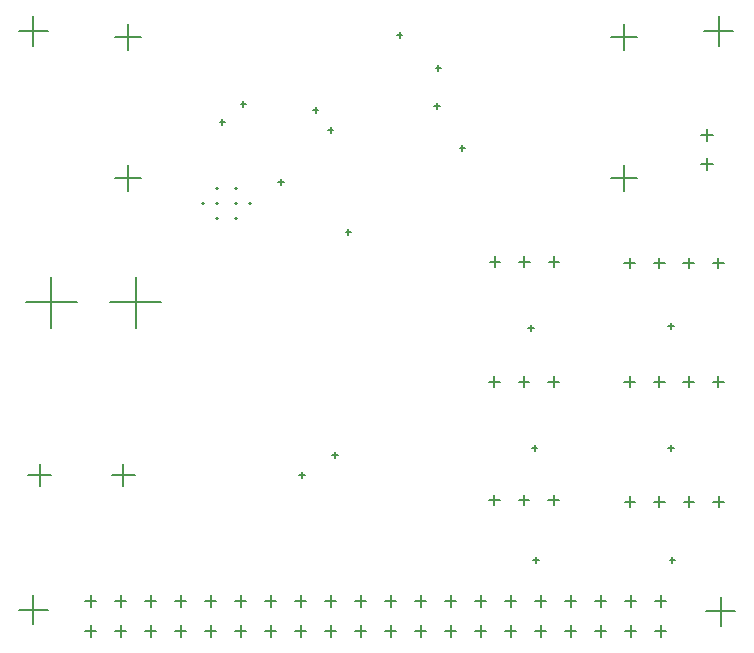
<source format=gbr>
G04*
G04 #@! TF.GenerationSoftware,Altium Limited,Altium Designer,23.10.1 (27)*
G04*
G04 Layer_Color=128*
%FSLAX42Y42*%
%MOMM*%
G71*
G04*
G04 #@! TF.SameCoordinates,D45A84C9-24EE-431E-81B0-E16C7BED9CBD*
G04*
G04*
G04 #@! TF.FilePolarity,Positive*
G04*
G01*
G75*
%ADD13C,0.13*%
D13*
X433Y-5080D02*
X533D01*
X483Y-5130D02*
Y-5030D01*
X433Y-4826D02*
X533D01*
X483Y-4876D02*
Y-4776D01*
X687Y-5080D02*
X787D01*
X737Y-5130D02*
Y-5030D01*
X687Y-4826D02*
X787D01*
X737Y-4876D02*
Y-4776D01*
X941Y-5080D02*
X1041D01*
X991Y-5130D02*
Y-5030D01*
X941Y-4826D02*
X1041D01*
X991Y-4876D02*
Y-4776D01*
X1195Y-5080D02*
X1295D01*
X1245Y-5130D02*
Y-5030D01*
X1195Y-4826D02*
X1295D01*
X1245Y-4876D02*
Y-4776D01*
X1449Y-5080D02*
X1549D01*
X1499Y-5130D02*
Y-5030D01*
X1449Y-4826D02*
X1549D01*
X1499Y-4876D02*
Y-4776D01*
X1703Y-5080D02*
X1803D01*
X1753Y-5130D02*
Y-5030D01*
X1703Y-4826D02*
X1803D01*
X1753Y-4876D02*
Y-4776D01*
X1957Y-5080D02*
X2057D01*
X2007Y-5130D02*
Y-5030D01*
X1957Y-4826D02*
X2057D01*
X2007Y-4876D02*
Y-4776D01*
X2211Y-5080D02*
X2311D01*
X2261Y-5130D02*
Y-5030D01*
X2211Y-4826D02*
X2311D01*
X2261Y-4876D02*
Y-4776D01*
X2465Y-5080D02*
X2565D01*
X2515Y-5130D02*
Y-5030D01*
X2465Y-4826D02*
X2565D01*
X2515Y-4876D02*
Y-4776D01*
X2719Y-5080D02*
X2819D01*
X2769Y-5130D02*
Y-5030D01*
X2719Y-4826D02*
X2819D01*
X2769Y-4876D02*
Y-4776D01*
X2973Y-5080D02*
X3073D01*
X3023Y-5130D02*
Y-5030D01*
X2973Y-4826D02*
X3073D01*
X3023Y-4876D02*
Y-4776D01*
X3227Y-5080D02*
X3327D01*
X3277Y-5130D02*
Y-5030D01*
X3227Y-4826D02*
X3327D01*
X3277Y-4876D02*
Y-4776D01*
X3481Y-5080D02*
X3581D01*
X3531Y-5130D02*
Y-5030D01*
X3481Y-4826D02*
X3581D01*
X3531Y-4876D02*
Y-4776D01*
X3735Y-5080D02*
X3835D01*
X3785Y-5130D02*
Y-5030D01*
X3735Y-4826D02*
X3835D01*
X3785Y-4876D02*
Y-4776D01*
X3989Y-5080D02*
X4089D01*
X4039Y-5130D02*
Y-5030D01*
X3989Y-4826D02*
X4089D01*
X4039Y-4876D02*
Y-4776D01*
X4243Y-5080D02*
X4343D01*
X4293Y-5130D02*
Y-5030D01*
X4243Y-4826D02*
X4343D01*
X4293Y-4876D02*
Y-4776D01*
X4497Y-5080D02*
X4597D01*
X4547Y-5130D02*
Y-5030D01*
X4497Y-4826D02*
X4597D01*
X4547Y-4876D02*
Y-4776D01*
X4751Y-5080D02*
X4851D01*
X4801Y-5130D02*
Y-5030D01*
X4751Y-4826D02*
X4851D01*
X4801Y-4876D02*
Y-4776D01*
X5005Y-5080D02*
X5105D01*
X5055Y-5130D02*
Y-5030D01*
X5005Y-4826D02*
X5105D01*
X5055Y-4876D02*
Y-4776D01*
X5259Y-5080D02*
X5359D01*
X5309Y-5130D02*
Y-5030D01*
X5259Y-4826D02*
X5359D01*
X5309Y-4876D02*
Y-4776D01*
X-63Y-2299D02*
X368D01*
X152Y-2515D02*
Y-2083D01*
X648Y-2299D02*
X1080D01*
X864Y-2515D02*
Y-2083D01*
X4890Y-1250D02*
X5110D01*
X5000Y-1360D02*
Y-1140D01*
X5652Y-880D02*
X5752D01*
X5702Y-930D02*
Y-830D01*
X5652Y-1130D02*
X5752D01*
X5702Y-1180D02*
Y-1080D01*
X4358Y-3973D02*
X4448D01*
X4403Y-4018D02*
Y-3928D01*
X4108Y-3973D02*
X4198D01*
X4153Y-4018D02*
Y-3928D01*
X3858Y-3973D02*
X3948D01*
X3903Y-4018D02*
Y-3928D01*
X5003Y-1967D02*
X5093D01*
X5048Y-2012D02*
Y-1922D01*
X5253Y-1967D02*
X5343D01*
X5298Y-2012D02*
Y-1922D01*
X5503Y-1967D02*
X5593D01*
X5548Y-2012D02*
Y-1922D01*
X5753Y-1967D02*
X5843D01*
X5798Y-2012D02*
Y-1922D01*
X667Y-3759D02*
X857D01*
X762Y-3854D02*
Y-3664D01*
X-44Y-3759D02*
X146D01*
X51Y-3854D02*
Y-3664D01*
X5675Y0D02*
X5925D01*
X5800Y-125D02*
Y125D01*
X-125Y0D02*
X125D01*
X0Y-125D02*
Y125D01*
X-125Y-4900D02*
X125D01*
X0Y-5025D02*
Y-4775D01*
X5692Y-4915D02*
X5942D01*
X5817Y-5040D02*
Y-4790D01*
X690Y-50D02*
X910D01*
X800Y-160D02*
Y60D01*
X690Y-1250D02*
X910D01*
X800Y-1360D02*
Y-1140D01*
X4890Y-50D02*
X5110D01*
X5000Y-160D02*
Y60D01*
X4362Y-1956D02*
X4452D01*
X4407Y-2001D02*
Y-1911D01*
X4112Y-1956D02*
X4202D01*
X4157Y-2001D02*
Y-1911D01*
X3862Y-1956D02*
X3952D01*
X3907Y-2001D02*
Y-1911D01*
X4358Y-2972D02*
X4448D01*
X4403Y-3017D02*
Y-2927D01*
X4108Y-2972D02*
X4198D01*
X4153Y-3017D02*
Y-2927D01*
X3858Y-2972D02*
X3948D01*
X3903Y-3017D02*
Y-2927D01*
X5005Y-3988D02*
X5095D01*
X5050Y-4033D02*
Y-3943D01*
X5255Y-3988D02*
X5345D01*
X5300Y-4033D02*
Y-3943D01*
X5505Y-3988D02*
X5595D01*
X5550Y-4033D02*
Y-3943D01*
X5755Y-3988D02*
X5845D01*
X5800Y-4033D02*
Y-3943D01*
X5003Y-2970D02*
X5093D01*
X5048Y-3015D02*
Y-2925D01*
X5253Y-2970D02*
X5343D01*
X5298Y-3015D02*
Y-2925D01*
X5503Y-2970D02*
X5593D01*
X5548Y-3015D02*
Y-2925D01*
X5753Y-2970D02*
X5843D01*
X5798Y-3015D02*
Y-2925D01*
X2070Y-1283D02*
X2120D01*
X2095Y-1308D02*
Y-1258D01*
X2642Y-1702D02*
X2692D01*
X2667Y-1727D02*
Y-1677D01*
X3074Y-38D02*
X3124D01*
X3099Y-63D02*
Y-13D01*
X3391Y-635D02*
X3441D01*
X3416Y-660D02*
Y-610D01*
X3404Y-317D02*
X3454D01*
X3429Y-342D02*
Y-292D01*
X3607Y-991D02*
X3657D01*
X3632Y-1016D02*
Y-966D01*
X1575Y-775D02*
X1625D01*
X1600Y-800D02*
Y-750D01*
X2490Y-838D02*
X2540D01*
X2515Y-863D02*
Y-813D01*
X2363Y-673D02*
X2413D01*
X2388Y-698D02*
Y-648D01*
X1753Y-622D02*
X1803D01*
X1778Y-647D02*
Y-597D01*
X2248Y-3759D02*
X2298D01*
X2273Y-3784D02*
Y-3734D01*
X4191Y-2515D02*
X4241D01*
X4216Y-2540D02*
Y-2490D01*
X5372Y-2502D02*
X5422D01*
X5397Y-2527D02*
Y-2477D01*
X5372Y-3531D02*
X5422D01*
X5397Y-3556D02*
Y-3506D01*
X5385Y-4483D02*
X5435D01*
X5410Y-4508D02*
Y-4458D01*
X4229Y-4483D02*
X4279D01*
X4254Y-4508D02*
Y-4458D01*
X4217Y-3531D02*
X4267D01*
X4242Y-3556D02*
Y-3506D01*
X2528Y-3594D02*
X2578D01*
X2553Y-3619D02*
Y-3569D01*
X1703Y-1586D02*
X1723D01*
X1713Y-1596D02*
Y-1576D01*
X1546Y-1586D02*
X1566D01*
X1556Y-1596D02*
Y-1576D01*
X1546Y-1332D02*
X1566D01*
X1556Y-1342D02*
Y-1322D01*
X1703Y-1332D02*
X1723D01*
X1713Y-1342D02*
Y-1322D01*
X1703Y-1459D02*
X1723D01*
X1713Y-1469D02*
Y-1449D01*
X1546Y-1459D02*
X1566D01*
X1556Y-1469D02*
Y-1449D01*
X1424Y-1459D02*
X1444D01*
X1435Y-1469D02*
Y-1449D01*
X1825Y-1459D02*
X1844D01*
X1834Y-1469D02*
Y-1449D01*
M02*

</source>
